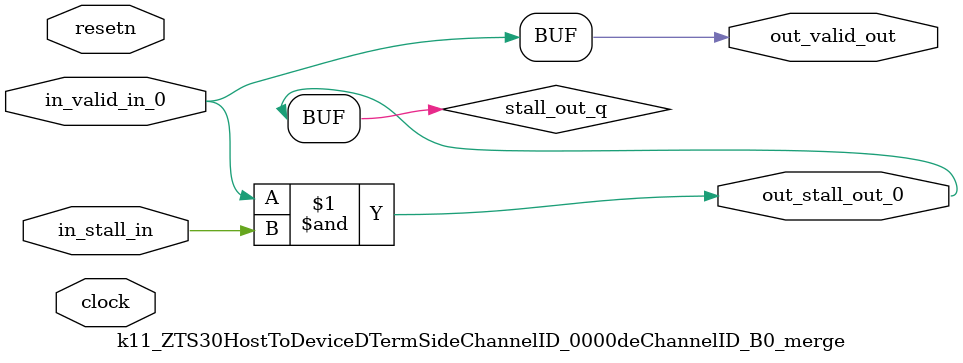
<source format=sv>



(* altera_attribute = "-name AUTO_SHIFT_REGISTER_RECOGNITION OFF; -name MESSAGE_DISABLE 10036; -name MESSAGE_DISABLE 10037; -name MESSAGE_DISABLE 14130; -name MESSAGE_DISABLE 14320; -name MESSAGE_DISABLE 15400; -name MESSAGE_DISABLE 14130; -name MESSAGE_DISABLE 10036; -name MESSAGE_DISABLE 12020; -name MESSAGE_DISABLE 12030; -name MESSAGE_DISABLE 12010; -name MESSAGE_DISABLE 12110; -name MESSAGE_DISABLE 14320; -name MESSAGE_DISABLE 13410; -name MESSAGE_DISABLE 113007; -name MESSAGE_DISABLE 10958" *)
module k11_ZTS30HostToDeviceDTermSideChannelID_0000deChannelID_B0_merge (
    input wire [0:0] in_stall_in,
    input wire [0:0] in_valid_in_0,
    output wire [0:0] out_stall_out_0,
    output wire [0:0] out_valid_out,
    input wire clock,
    input wire resetn
    );

    wire [0:0] stall_out_q;


    // stall_out(LOGICAL,6)
    assign stall_out_q = in_valid_in_0 & in_stall_in;

    // out_stall_out_0(GPOUT,4)
    assign out_stall_out_0 = stall_out_q;

    // out_valid_out(GPOUT,5)
    assign out_valid_out = in_valid_in_0;

endmodule

</source>
